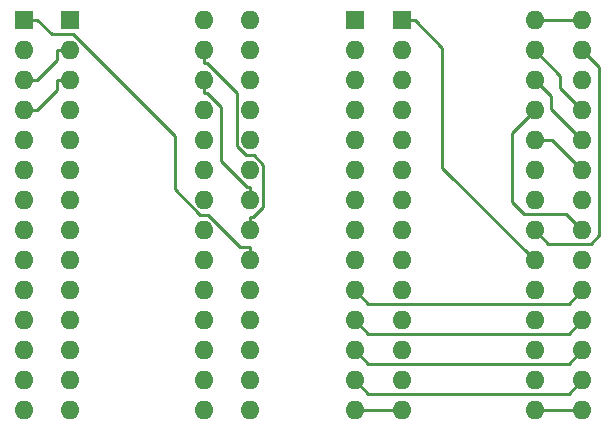
<source format=gbr>
%TF.GenerationSoftware,KiCad,Pcbnew,7.0.1*%
%TF.CreationDate,2023-07-22T01:46:55+03:00*%
%TF.ProjectId,kr556rt2,6b723535-3672-4743-922e-6b696361645f,rev?*%
%TF.SameCoordinates,Original*%
%TF.FileFunction,Copper,L1,Top*%
%TF.FilePolarity,Positive*%
%FSLAX46Y46*%
G04 Gerber Fmt 4.6, Leading zero omitted, Abs format (unit mm)*
G04 Created by KiCad (PCBNEW 7.0.1) date 2023-07-22 01:46:55*
%MOMM*%
%LPD*%
G01*
G04 APERTURE LIST*
%TA.AperFunction,ComponentPad*%
%ADD10R,1.600000X1.600000*%
%TD*%
%TA.AperFunction,ComponentPad*%
%ADD11O,1.600000X1.600000*%
%TD*%
%TA.AperFunction,Conductor*%
%ADD12C,0.250000*%
%TD*%
G04 APERTURE END LIST*
D10*
%TO.P,U1,1,A15*%
%TO.N,Net-(U1-A15)*%
X61430693Y-41100050D03*
D11*
%TO.P,U1,2,A12*%
%TO.N,Net-(U1-A12)*%
X61430693Y-43640050D03*
%TO.P,U1,3,A7*%
%TO.N,Net-(U1-A7)*%
X61430693Y-46180050D03*
%TO.P,U1,4,A6*%
%TO.N,Net-(U1-A6)*%
X61430693Y-48720050D03*
%TO.P,U1,5,A5*%
%TO.N,Net-(U1-A5)*%
X61430693Y-51260050D03*
%TO.P,U1,6,A4*%
%TO.N,Net-(U1-A4)*%
X61430693Y-53800050D03*
%TO.P,U1,7,A3*%
%TO.N,Net-(U1-A3)*%
X61430693Y-56340050D03*
%TO.P,U1,8,A2*%
%TO.N,Net-(U1-A2)*%
X61430693Y-58880050D03*
%TO.P,U1,9,A1*%
%TO.N,Net-(U1-A1)*%
X61430693Y-61420050D03*
%TO.P,U1,10,A0*%
%TO.N,Net-(U1-A0)*%
X61430693Y-63960050D03*
%TO.P,U1,11,D0*%
%TO.N,Net-(U1-D0)*%
X61430693Y-66500050D03*
%TO.P,U1,12,D1*%
%TO.N,Net-(U1-D1)*%
X61430693Y-69040050D03*
%TO.P,U1,13,D2*%
%TO.N,Net-(U1-D2)*%
X61430693Y-71580050D03*
%TO.P,U1,14,GND*%
%TO.N,Net-(U1-GND)*%
X61430693Y-74120050D03*
%TO.P,U1,15,D3*%
%TO.N,Net-(U1-D3)*%
X76670693Y-74120050D03*
%TO.P,U1,16,D4*%
%TO.N,Net-(U1-D4)*%
X76670693Y-71580050D03*
%TO.P,U1,17,D5*%
%TO.N,Net-(U1-D5)*%
X76670693Y-69040050D03*
%TO.P,U1,18,D6*%
%TO.N,Net-(U1-D6)*%
X76670693Y-66500050D03*
%TO.P,U1,19,D7*%
%TO.N,Net-(U1-D7)*%
X76670693Y-63960050D03*
%TO.P,U1,20,~{CE}*%
%TO.N,Net-(U1-~{CE})*%
X76670693Y-61420050D03*
%TO.P,U1,21,A10*%
%TO.N,Net-(U1-A10)*%
X76670693Y-58880050D03*
%TO.P,U1,22,~{OE}*%
%TO.N,unconnected-(U1-~{OE}-Pad22)*%
X76670693Y-56340050D03*
%TO.P,U1,23,A11*%
%TO.N,Net-(U1-A11)*%
X76670693Y-53800050D03*
%TO.P,U1,24,A9*%
%TO.N,Net-(U1-A9)*%
X76670693Y-51260050D03*
%TO.P,U1,25,A8*%
%TO.N,Net-(U1-A8)*%
X76670693Y-48720050D03*
%TO.P,U1,26,A13*%
%TO.N,Net-(U1-A13)*%
X76670693Y-46180050D03*
%TO.P,U1,27,A14*%
%TO.N,Net-(U1-A14)*%
X76670693Y-43640050D03*
%TO.P,U1,28,VCC*%
%TO.N,Net-(U1-VCC)*%
X76670693Y-41100050D03*
%TD*%
D10*
%TO.P,U2,1,\u0420\u041F*%
%TO.N,unconnected-(U2-\u0420\u041F-Pad1)*%
X65316893Y-41135850D03*
D11*
%TO.P,U2,2,\u04108*%
%TO.N,Net-(U1-A7)*%
X65316893Y-43675850D03*
%TO.P,U2,3,\u04107*%
%TO.N,Net-(U1-A6)*%
X65316893Y-46215850D03*
%TO.P,U2,4,\u04106*%
%TO.N,Net-(U1-A5)*%
X65316893Y-48755850D03*
%TO.P,U2,5,\u04105*%
%TO.N,Net-(U1-A4)*%
X65316893Y-51295850D03*
%TO.P,U2,6,\u04104*%
%TO.N,Net-(U1-A3)*%
X65316893Y-53835850D03*
%TO.P,U2,7,\u04103*%
%TO.N,Net-(U1-A2)*%
X65316893Y-56375850D03*
%TO.P,U2,8,\u04102*%
%TO.N,Net-(U1-A1)*%
X65316893Y-58915850D03*
%TO.P,U2,9,\u04101*%
%TO.N,Net-(U1-A0)*%
X65316893Y-61455850D03*
%TO.P,U2,10,\u04128*%
%TO.N,Net-(U1-D7)*%
X65316893Y-63995850D03*
%TO.P,U2,11,\u04127*%
%TO.N,Net-(U1-D6)*%
X65316893Y-66535850D03*
%TO.P,U2,12,\u04126*%
%TO.N,Net-(U1-D5)*%
X65316893Y-69075850D03*
%TO.P,U2,13,\u04125*%
%TO.N,Net-(U1-D4)*%
X65316893Y-71615850D03*
%TO.P,U2,14,GND*%
%TO.N,Net-(U1-GND)*%
X65316893Y-74155850D03*
%TO.P,U2,15,\u04124*%
%TO.N,Net-(U1-D3)*%
X80556893Y-74155850D03*
%TO.P,U2,16,\u04123*%
%TO.N,Net-(U1-D2)*%
X80556893Y-71615850D03*
%TO.P,U2,17,\u04122*%
%TO.N,Net-(U1-D1)*%
X80556893Y-69075850D03*
%TO.P,U2,18,\u04121*%
%TO.N,Net-(U1-D0)*%
X80556893Y-66535850D03*
%TO.P,U2,19,\u0420\u0412*%
%TO.N,Net-(U1-~{CE})*%
X80556893Y-63995850D03*
%TO.P,U2,20,\u041016*%
%TO.N,Net-(U1-A15)*%
X80556893Y-61455850D03*
%TO.P,U2,21,\u041015*%
%TO.N,Net-(U1-A14)*%
X80556893Y-58915850D03*
%TO.P,U2,22,\u041014*%
%TO.N,Net-(U1-A13)*%
X80556893Y-56375850D03*
%TO.P,U2,23,\u041013*%
%TO.N,Net-(U1-A12)*%
X80556893Y-53835850D03*
%TO.P,U2,24,\u041012*%
%TO.N,Net-(U1-A11)*%
X80556893Y-51295850D03*
%TO.P,U2,25,\u041011*%
%TO.N,Net-(U1-A10)*%
X80556893Y-48755850D03*
%TO.P,U2,26,\u041010*%
%TO.N,Net-(U1-A9)*%
X80556893Y-46215850D03*
%TO.P,U2,27,\u04109*%
%TO.N,Net-(U1-A8)*%
X80556893Y-43675850D03*
%TO.P,U2,28,Vcc*%
%TO.N,Net-(U1-VCC)*%
X80556893Y-41135850D03*
%TD*%
D10*
%TO.P,U4,1,A15*%
%TO.N,Net-(U3-\u041016)*%
X93446600Y-41148000D03*
D11*
%TO.P,U4,2,A12*%
%TO.N,Net-(U3-\u041013)*%
X93446600Y-43688000D03*
%TO.P,U4,3,A7*%
%TO.N,Net-(U3-\u04108)*%
X93446600Y-46228000D03*
%TO.P,U4,4,A6*%
%TO.N,Net-(U3-\u04107)*%
X93446600Y-48768000D03*
%TO.P,U4,5,A5*%
%TO.N,Net-(U3-\u04106)*%
X93446600Y-51308000D03*
%TO.P,U4,6,A4*%
%TO.N,Net-(U3-\u04105)*%
X93446600Y-53848000D03*
%TO.P,U4,7,A3*%
%TO.N,Net-(U3-\u04104)*%
X93446600Y-56388000D03*
%TO.P,U4,8,A2*%
%TO.N,Net-(U3-\u04103)*%
X93446600Y-58928000D03*
%TO.P,U4,9,A1*%
%TO.N,Net-(U3-\u04102)*%
X93446600Y-61468000D03*
%TO.P,U4,10,A0*%
%TO.N,Net-(U3-\u04101)*%
X93446600Y-64008000D03*
%TO.P,U4,11,D0*%
%TO.N,Net-(U3-\u04121)*%
X93446600Y-66548000D03*
%TO.P,U4,12,D1*%
%TO.N,Net-(U3-\u04122)*%
X93446600Y-69088000D03*
%TO.P,U4,13,D2*%
%TO.N,Net-(U3-\u04123)*%
X93446600Y-71628000D03*
%TO.P,U4,14,GND*%
%TO.N,Net-(U3-GND)*%
X93446600Y-74168000D03*
%TO.P,U4,15,D3*%
%TO.N,Net-(U3-\u04124)*%
X108686600Y-74168000D03*
%TO.P,U4,16,D4*%
%TO.N,Net-(U3-\u04125)*%
X108686600Y-71628000D03*
%TO.P,U4,17,D5*%
%TO.N,Net-(U3-\u04126)*%
X108686600Y-69088000D03*
%TO.P,U4,18,D6*%
%TO.N,Net-(U3-\u04127)*%
X108686600Y-66548000D03*
%TO.P,U4,19,D7*%
%TO.N,Net-(U3-\u04128)*%
X108686600Y-64008000D03*
%TO.P,U4,20,~{CE}*%
%TO.N,Net-(U3-\u0420\u0412)*%
X108686600Y-61468000D03*
%TO.P,U4,21,A10*%
%TO.N,Net-(U3-\u041011)*%
X108686600Y-58928000D03*
%TO.P,U4,22,~{OE}*%
%TO.N,unconnected-(U4-~{OE}-Pad22)*%
X108686600Y-56388000D03*
%TO.P,U4,23,A11*%
%TO.N,Net-(U3-\u041012)*%
X108686600Y-53848000D03*
%TO.P,U4,24,A9*%
%TO.N,Net-(U3-\u041010)*%
X108686600Y-51308000D03*
%TO.P,U4,25,A8*%
%TO.N,Net-(U3-\u04109)*%
X108686600Y-48768000D03*
%TO.P,U4,26,A13*%
%TO.N,Net-(U3-\u041014)*%
X108686600Y-46228000D03*
%TO.P,U4,27,A14*%
%TO.N,Net-(U3-\u041015)*%
X108686600Y-43688000D03*
%TO.P,U4,28,VCC*%
%TO.N,Net-(U3-Vcc)*%
X108686600Y-41148000D03*
%TD*%
D10*
%TO.P,U3,1,\u0420\u041F*%
%TO.N,unconnected-(U3-\u0420\u041F-Pad1)*%
X89408000Y-41146750D03*
D11*
%TO.P,U3,2,\u04108*%
%TO.N,Net-(U3-\u04108)*%
X89408000Y-43686750D03*
%TO.P,U3,3,\u04107*%
%TO.N,Net-(U3-\u04107)*%
X89408000Y-46226750D03*
%TO.P,U3,4,\u04106*%
%TO.N,Net-(U3-\u04106)*%
X89408000Y-48766750D03*
%TO.P,U3,5,\u04105*%
%TO.N,Net-(U3-\u04105)*%
X89408000Y-51306750D03*
%TO.P,U3,6,\u04104*%
%TO.N,Net-(U3-\u04104)*%
X89408000Y-53846750D03*
%TO.P,U3,7,\u04103*%
%TO.N,Net-(U3-\u04103)*%
X89408000Y-56386750D03*
%TO.P,U3,8,\u04102*%
%TO.N,Net-(U3-\u04102)*%
X89408000Y-58926750D03*
%TO.P,U3,9,\u04101*%
%TO.N,Net-(U3-\u04101)*%
X89408000Y-61466750D03*
%TO.P,U3,10,\u04128*%
%TO.N,Net-(U3-\u04128)*%
X89408000Y-64006750D03*
%TO.P,U3,11,\u04127*%
%TO.N,Net-(U3-\u04127)*%
X89408000Y-66546750D03*
%TO.P,U3,12,\u04126*%
%TO.N,Net-(U3-\u04126)*%
X89408000Y-69086750D03*
%TO.P,U3,13,\u04125*%
%TO.N,Net-(U3-\u04125)*%
X89408000Y-71626750D03*
%TO.P,U3,14,GND*%
%TO.N,Net-(U3-GND)*%
X89408000Y-74166750D03*
%TO.P,U3,15,\u04124*%
%TO.N,Net-(U3-\u04124)*%
X104648000Y-74166750D03*
%TO.P,U3,16,\u04123*%
%TO.N,Net-(U3-\u04123)*%
X104648000Y-71626750D03*
%TO.P,U3,17,\u04122*%
%TO.N,Net-(U3-\u04122)*%
X104648000Y-69086750D03*
%TO.P,U3,18,\u04121*%
%TO.N,Net-(U3-\u04121)*%
X104648000Y-66546750D03*
%TO.P,U3,19,\u0420\u0412*%
%TO.N,Net-(U3-\u0420\u0412)*%
X104648000Y-64006750D03*
%TO.P,U3,20,\u041016*%
%TO.N,Net-(U3-\u041016)*%
X104648000Y-61466750D03*
%TO.P,U3,21,\u041015*%
%TO.N,Net-(U3-\u041015)*%
X104648000Y-58926750D03*
%TO.P,U3,22,\u041014*%
%TO.N,Net-(U3-\u041014)*%
X104648000Y-56386750D03*
%TO.P,U3,23,\u041013*%
%TO.N,Net-(U3-\u041013)*%
X104648000Y-53846750D03*
%TO.P,U3,24,\u041012*%
%TO.N,Net-(U3-\u041012)*%
X104648000Y-51306750D03*
%TO.P,U3,25,\u041011*%
%TO.N,Net-(U3-\u041011)*%
X104648000Y-48766750D03*
%TO.P,U3,26,\u041010*%
%TO.N,Net-(U3-\u041010)*%
X104648000Y-46226750D03*
%TO.P,U3,27,\u04109*%
%TO.N,Net-(U3-\u04109)*%
X104648000Y-43686750D03*
%TO.P,U3,28,Vcc*%
%TO.N,Net-(U3-Vcc)*%
X104648000Y-41146750D03*
%TD*%
D12*
%TO.N,Net-(U1-A7)*%
X64189993Y-43675850D02*
X64189993Y-44547650D01*
X61430693Y-46180050D02*
X62557593Y-46180050D01*
X65316893Y-43675850D02*
X64189993Y-43675850D01*
X64189993Y-44547650D02*
X62557593Y-46180050D01*
%TO.N,Net-(U1-A6)*%
X65316893Y-46215850D02*
X64189993Y-46215850D01*
X64189993Y-47087650D02*
X62557593Y-48720050D01*
X61430693Y-48720050D02*
X62557593Y-48720050D01*
X64189993Y-46215850D02*
X64189993Y-47087650D01*
%TO.N,Net-(U1-A15)*%
X74192793Y-55459650D02*
X76343193Y-57610050D01*
X76343193Y-57610050D02*
X77001293Y-57610050D01*
X62557593Y-41100050D02*
X63790993Y-42333450D01*
X74192793Y-50948050D02*
X74192793Y-55459650D01*
X63790993Y-42333450D02*
X65578193Y-42333450D01*
X65578193Y-42333450D02*
X74192793Y-50948050D01*
X61430693Y-41100050D02*
X62557593Y-41100050D01*
X80556893Y-61455850D02*
X80556893Y-60328950D01*
X79720193Y-60328950D02*
X80556893Y-60328950D01*
X77001293Y-57610050D02*
X79720193Y-60328950D01*
%TO.N,Net-(U1-A14)*%
X80556893Y-57788950D02*
X80838593Y-57788950D01*
X80881793Y-52565850D02*
X80216393Y-52565850D01*
X76904193Y-44766950D02*
X76670693Y-44766950D01*
X81696193Y-56931350D02*
X81696193Y-53380250D01*
X80216393Y-52565850D02*
X79429993Y-51779450D01*
X79429993Y-51779450D02*
X79429993Y-47292750D01*
X80556893Y-58915850D02*
X80556893Y-57788950D01*
X81696193Y-53380250D02*
X80881793Y-52565850D01*
X79429993Y-47292750D02*
X76904193Y-44766950D01*
X80838593Y-57788950D02*
X81696193Y-56931350D01*
X76670693Y-43640050D02*
X76670693Y-44766950D01*
%TO.N,Net-(U1-A13)*%
X76670693Y-46180050D02*
X76670693Y-47306950D01*
X78085293Y-53059050D02*
X78085293Y-48488050D01*
X76904193Y-47306950D02*
X76670693Y-47306950D01*
X80275193Y-55248950D02*
X78085293Y-53059050D01*
X80556893Y-56375850D02*
X80556893Y-55248950D01*
X80556893Y-55248950D02*
X80275193Y-55248950D01*
X78085293Y-48488050D02*
X76904193Y-47306950D01*
%TO.N,Net-(U3-\u04128)*%
X107561600Y-65133000D02*
X108686600Y-64008000D01*
X90534250Y-65133000D02*
X107561600Y-65133000D01*
X89408000Y-64006750D02*
X90534250Y-65133000D01*
%TO.N,Net-(U3-\u04127)*%
X108686600Y-66548000D02*
X107561600Y-67673000D01*
X90534250Y-67673000D02*
X89408000Y-66546750D01*
X107561600Y-67673000D02*
X90534250Y-67673000D01*
%TO.N,Net-(U3-\u04126)*%
X89408000Y-69086750D02*
X90534250Y-70213000D01*
X107561600Y-70213000D02*
X108686600Y-69088000D01*
X90534250Y-70213000D02*
X107561600Y-70213000D01*
%TO.N,Net-(U3-\u04125)*%
X90534250Y-72753000D02*
X89408000Y-71626750D01*
X108686600Y-71628000D02*
X107561600Y-72753000D01*
X107561600Y-72753000D02*
X90534250Y-72753000D01*
%TO.N,Net-(U3-GND)*%
X89408000Y-74166750D02*
X93445350Y-74166750D01*
X93445350Y-74166750D02*
X93446600Y-74168000D01*
%TO.N,Net-(U3-\u04124)*%
X108685350Y-74166750D02*
X108686600Y-74168000D01*
X104648000Y-74166750D02*
X108685350Y-74166750D01*
%TO.N,Net-(U3-\u041016)*%
X96850200Y-43459400D02*
X94538800Y-41148000D01*
X104648000Y-61466750D02*
X96850200Y-53668950D01*
X96850200Y-53668950D02*
X96850200Y-43459400D01*
X94538800Y-41148000D02*
X93446600Y-41148000D01*
%TO.N,Net-(U3-\u041015)*%
X110134400Y-45135800D02*
X110134400Y-59359800D01*
X105792250Y-60071000D02*
X104648000Y-58926750D01*
X108686600Y-43688000D02*
X110134400Y-45135800D01*
X110134400Y-59359800D02*
X109423200Y-60071000D01*
X109423200Y-60071000D02*
X105792250Y-60071000D01*
%TO.N,Net-(U3-\u041012)*%
X104648000Y-51306750D02*
X106145350Y-51306750D01*
X106145350Y-51306750D02*
X108686600Y-53848000D01*
%TO.N,Net-(U3-\u041011)*%
X103765150Y-57511750D02*
X102743000Y-56489600D01*
X102743000Y-50671750D02*
X104648000Y-48766750D01*
X108686600Y-58928000D02*
X107270350Y-57511750D01*
X107270350Y-57511750D02*
X103765150Y-57511750D01*
X102743000Y-56489600D02*
X102743000Y-50671750D01*
%TO.N,Net-(U3-\u041010)*%
X106019600Y-47598350D02*
X106019600Y-48641000D01*
X104648000Y-46226750D02*
X106019600Y-47598350D01*
X106019600Y-48641000D02*
X108686600Y-51308000D01*
%TO.N,Net-(U3-\u04109)*%
X104648000Y-43686750D02*
X106832400Y-45871150D01*
X106832400Y-45871150D02*
X106832400Y-46913800D01*
X106832400Y-46913800D02*
X108686600Y-48768000D01*
%TO.N,Net-(U3-Vcc)*%
X104648000Y-41146750D02*
X108685350Y-41146750D01*
X108685350Y-41146750D02*
X108686600Y-41148000D01*
%TD*%
M02*

</source>
